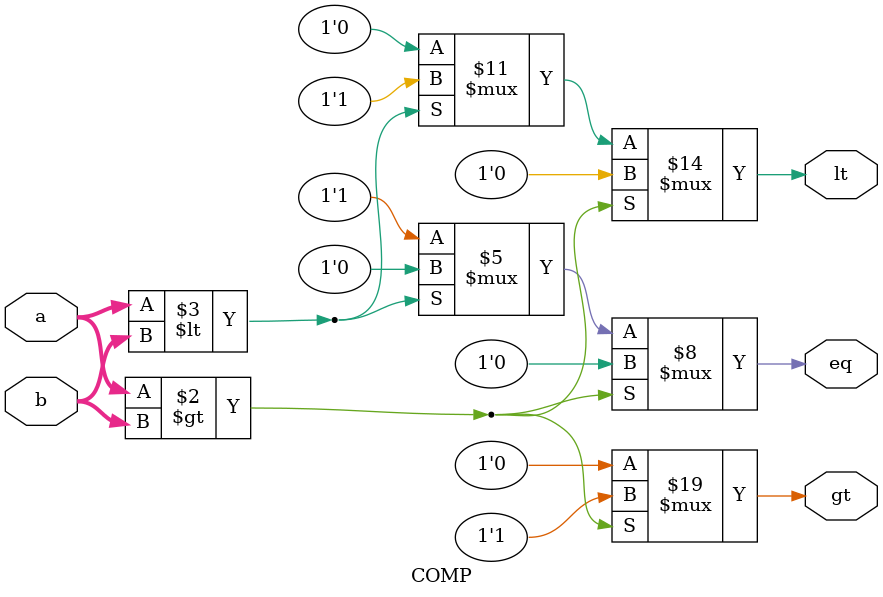
<source format=v>
`timescale 1ns / 1ns

//Comparator
//DataIn(a,b)
//CtrlIn()
//DataOut()
//CtrlOut(gt, lt, eq)
//Parameter(DATAWIDTH)
module COMP #(parameter DATAWIDTH = 2)(a, b, gt, lt, eq);
    input [DATAWIDTH-1:0] a, b;
    output reg gt, lt, eq;
    
    always @(a, b) begin
        if(a > b) begin
            gt <= 1; lt <= 0; eq <= 0;
        end
        else if(a < b) begin
            gt <= 0; lt <= 1; eq <= 0;
        end
        else begin
            gt <= 0; lt <= 0; eq <= 1;
        end
    end
endmodule










</source>
